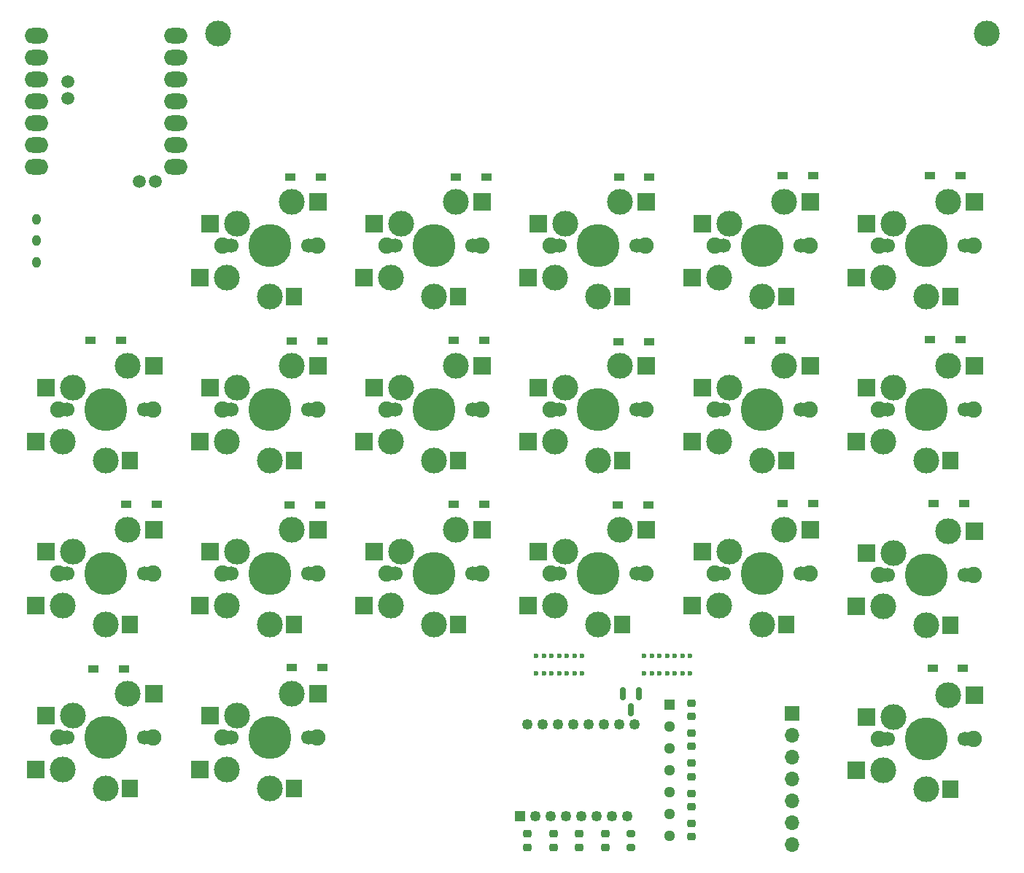
<source format=gbr>
%TF.GenerationSoftware,KiCad,Pcbnew,8.0.7*%
%TF.CreationDate,2025-02-28T21:37:25+09:00*%
%TF.ProjectId,cool642tb_R_with_tb,636f6f6c-3634-4327-9462-5f525f776974,rev?*%
%TF.SameCoordinates,Original*%
%TF.FileFunction,Soldermask,Bot*%
%TF.FilePolarity,Negative*%
%FSLAX46Y46*%
G04 Gerber Fmt 4.6, Leading zero omitted, Abs format (unit mm)*
G04 Created by KiCad (PCBNEW 8.0.7) date 2025-02-28 21:37:25*
%MOMM*%
%LPD*%
G01*
G04 APERTURE LIST*
G04 Aperture macros list*
%AMRoundRect*
0 Rectangle with rounded corners*
0 $1 Rounding radius*
0 $2 $3 $4 $5 $6 $7 $8 $9 X,Y pos of 4 corners*
0 Add a 4 corners polygon primitive as box body*
4,1,4,$2,$3,$4,$5,$6,$7,$8,$9,$2,$3,0*
0 Add four circle primitives for the rounded corners*
1,1,$1+$1,$2,$3*
1,1,$1+$1,$4,$5*
1,1,$1+$1,$6,$7*
1,1,$1+$1,$8,$9*
0 Add four rect primitives between the rounded corners*
20,1,$1+$1,$2,$3,$4,$5,0*
20,1,$1+$1,$4,$5,$6,$7,0*
20,1,$1+$1,$6,$7,$8,$9,0*
20,1,$1+$1,$8,$9,$2,$3,0*%
G04 Aperture macros list end*
%ADD10R,1.300000X0.950000*%
%ADD11C,1.900000*%
%ADD12C,1.700000*%
%ADD13C,3.000000*%
%ADD14C,5.000000*%
%ADD15R,2.000000X2.000000*%
%ADD16R,1.900000X2.000000*%
%ADD17O,1.000000X1.300000*%
%ADD18C,0.600000*%
%ADD19O,2.750000X1.800000*%
%ADD20C,1.500000*%
%ADD21R,1.700000X1.700000*%
%ADD22O,1.700000X1.700000*%
%ADD23RoundRect,0.187500X-0.437500X-0.437500X0.437500X-0.437500X0.437500X0.437500X-0.437500X0.437500X0*%
%ADD24O,1.250000X1.250000*%
%ADD25R,1.300000X1.300000*%
%ADD26O,1.300000X1.300000*%
%ADD27RoundRect,0.150000X-0.150000X0.587500X-0.150000X-0.587500X0.150000X-0.587500X0.150000X0.587500X0*%
%ADD28RoundRect,0.225000X-0.250000X0.225000X-0.250000X-0.225000X0.250000X-0.225000X0.250000X0.225000X0*%
%ADD29RoundRect,0.200000X-0.275000X0.200000X-0.275000X-0.200000X0.275000X-0.200000X0.275000X0.200000X0*%
G04 APERTURE END LIST*
D10*
%TO.C,D7*%
X21375000Y-30010000D03*
X24925000Y-30010000D03*
%TD*%
%TO.C,D11*%
X40405000Y-30100000D03*
X43955000Y-30100000D03*
%TD*%
D11*
%TO.C,SW1*%
X-5500000Y0D03*
D12*
X-5080000Y0D03*
D13*
X-5000000Y-3700000D03*
D12*
X-4500000Y0D03*
D13*
X-3810000Y2540000D03*
D14*
X0Y0D03*
D13*
X0Y-5900000D03*
X2540000Y5080000D03*
D12*
X4500000Y0D03*
X5080000Y0D03*
D11*
X5500000Y0D03*
D15*
X-8100000Y-3700000D03*
X-6900000Y2540000D03*
D16*
X2800000Y-5900000D03*
D15*
X5600000Y5080000D03*
%TD*%
D10*
%TO.C,D20*%
X76935000Y-49060000D03*
X80485000Y-49060000D03*
%TD*%
D11*
%TO.C,SW8*%
X-24550000Y-38100000D03*
D12*
X-24130000Y-38100000D03*
D13*
X-24050000Y-41800000D03*
D12*
X-23550000Y-38100000D03*
D13*
X-22860000Y-35560000D03*
D14*
X-19050000Y-38100000D03*
D13*
X-19050000Y-44000000D03*
X-16510000Y-33020000D03*
D12*
X-14550000Y-38100000D03*
X-13970000Y-38100000D03*
D11*
X-13550000Y-38100000D03*
D15*
X-27150000Y-41800000D03*
X-25950000Y-35560000D03*
D16*
X-16250000Y-44000000D03*
D15*
X-13450000Y-33020000D03*
%TD*%
D10*
%TO.C,D13*%
X59535000Y8140000D03*
X63085000Y8140000D03*
%TD*%
D11*
%TO.C,SW15*%
X51650000Y-38100000D03*
D12*
X52070000Y-38100000D03*
D13*
X52150000Y-41800000D03*
D12*
X52650000Y-38100000D03*
D13*
X53340000Y-35560000D03*
D14*
X57150000Y-38100000D03*
D13*
X57150000Y-44000000D03*
X59690000Y-33020000D03*
D12*
X61650000Y-38100000D03*
X62230000Y-38100000D03*
D11*
X62650000Y-38100000D03*
D15*
X49050000Y-41800000D03*
X50250000Y-35560000D03*
D16*
X59950000Y-44000000D03*
D15*
X62750000Y-33020000D03*
%TD*%
D11*
%TO.C,SW16*%
X-5500000Y-57150000D03*
D12*
X-5080000Y-57150000D03*
D13*
X-5000000Y-60850000D03*
D12*
X-4500000Y-57150000D03*
D13*
X-3810000Y-54610000D03*
D14*
X0Y-57150000D03*
D13*
X0Y-63050000D03*
X2540000Y-52070000D03*
D12*
X4500000Y-57150000D03*
X5080000Y-57150000D03*
D11*
X5500000Y-57150000D03*
D15*
X-8100000Y-60850000D03*
X-6900000Y-54610000D03*
D16*
X2800000Y-63050000D03*
D15*
X5600000Y-52070000D03*
%TD*%
D17*
%TO.C,SW21*%
X-27100000Y-1890000D03*
X-27100000Y610000D03*
X-27100000Y3110000D03*
%TD*%
D11*
%TO.C,SW13*%
X51650000Y0D03*
D12*
X52070000Y0D03*
D13*
X52150000Y-3700000D03*
D12*
X52650000Y0D03*
D13*
X53340000Y2540000D03*
D14*
X57150000Y0D03*
D13*
X57150000Y-5900000D03*
X59690000Y5080000D03*
D12*
X61650000Y0D03*
X62230000Y0D03*
D11*
X62650000Y0D03*
D15*
X49050000Y-3700000D03*
X50250000Y2540000D03*
D16*
X59950000Y-5900000D03*
D15*
X62750000Y5080000D03*
%TD*%
D10*
%TO.C,D15*%
X59535000Y-29950000D03*
X63085000Y-29950000D03*
%TD*%
%TO.C,D1*%
X2385000Y8000000D03*
X5935000Y8000000D03*
%TD*%
%TO.C,D9*%
X40525000Y8000000D03*
X44075000Y8000000D03*
%TD*%
%TO.C,D17*%
X76665000Y8180000D03*
X80215000Y8180000D03*
%TD*%
%TO.C,D4*%
X-20815000Y-10950000D03*
X-17265000Y-10950000D03*
%TD*%
%TO.C,D16*%
X2555000Y-48970000D03*
X6105000Y-48970000D03*
%TD*%
D11*
%TO.C,SW17*%
X70700000Y0D03*
D12*
X71120000Y0D03*
D13*
X71200000Y-3700000D03*
D12*
X71700000Y0D03*
D13*
X72390000Y2540000D03*
D14*
X76200000Y0D03*
D13*
X76200000Y-5900000D03*
X78740000Y5080000D03*
D12*
X80700000Y0D03*
X81280000Y0D03*
D11*
X81700000Y0D03*
D15*
X68100000Y-3700000D03*
X69300000Y2540000D03*
D16*
X79000000Y-5900000D03*
D15*
X81800000Y5080000D03*
%TD*%
D10*
%TO.C,D3*%
X2330000Y-30130000D03*
X5880000Y-30130000D03*
%TD*%
%TO.C,D19*%
X77080000Y-29940000D03*
X80630000Y-29940000D03*
%TD*%
D11*
%TO.C,SW11*%
X32600000Y-38100000D03*
D12*
X33020000Y-38100000D03*
D13*
X33100000Y-41800000D03*
D12*
X33600000Y-38100000D03*
D13*
X34290000Y-35560000D03*
D14*
X38100000Y-38100000D03*
D13*
X38100000Y-44000000D03*
X40640000Y-33020000D03*
D12*
X42600000Y-38100000D03*
X43180000Y-38100000D03*
D11*
X43600000Y-38100000D03*
D15*
X30000000Y-41800000D03*
X31200000Y-35560000D03*
D16*
X40900000Y-44000000D03*
D15*
X43700000Y-33020000D03*
%TD*%
D11*
%TO.C,SW12*%
X-24550000Y-57150000D03*
D12*
X-24130000Y-57150000D03*
D13*
X-24050000Y-60850000D03*
D12*
X-23550000Y-57150000D03*
D13*
X-22860000Y-54610000D03*
D14*
X-19050000Y-57150000D03*
D13*
X-19050000Y-63050000D03*
X-16510000Y-52070000D03*
D12*
X-14550000Y-57150000D03*
X-13970000Y-57150000D03*
D11*
X-13550000Y-57150000D03*
D15*
X-27150000Y-60850000D03*
X-25950000Y-54610000D03*
D16*
X-16250000Y-63050000D03*
D15*
X-13450000Y-52070000D03*
%TD*%
D11*
%TO.C,SW19*%
X70700000Y-38200000D03*
D12*
X71120000Y-38200000D03*
D13*
X71200000Y-41900000D03*
D12*
X71700000Y-38200000D03*
D13*
X72390000Y-35660000D03*
D14*
X76200000Y-38200000D03*
D13*
X76200000Y-44100000D03*
X78740000Y-33120000D03*
D12*
X80700000Y-38200000D03*
X81280000Y-38200000D03*
D11*
X81700000Y-38200000D03*
D15*
X68100000Y-41900000D03*
X69300000Y-35660000D03*
D16*
X79000000Y-44100000D03*
D15*
X81800000Y-33120000D03*
%TD*%
D11*
%TO.C,SW20*%
X70700000Y-57250000D03*
D12*
X71120000Y-57250000D03*
D13*
X71200000Y-60950000D03*
D12*
X71700000Y-57250000D03*
D13*
X72390000Y-54710000D03*
D14*
X76200000Y-57250000D03*
D13*
X76200000Y-63150000D03*
X78740000Y-52170000D03*
D12*
X80700000Y-57250000D03*
X81280000Y-57250000D03*
D11*
X81700000Y-57250000D03*
D15*
X68100000Y-60950000D03*
X69300000Y-54710000D03*
D16*
X79000000Y-63150000D03*
D15*
X81800000Y-52170000D03*
%TD*%
D11*
%TO.C,SW3*%
X-5500000Y-38100000D03*
D12*
X-5080000Y-38100000D03*
D13*
X-5000000Y-41800000D03*
D12*
X-4500000Y-38100000D03*
D13*
X-3810000Y-35560000D03*
D14*
X0Y-38100000D03*
D13*
X0Y-44000000D03*
X2540000Y-33020000D03*
D12*
X4500000Y-38100000D03*
X5080000Y-38100000D03*
D11*
X5500000Y-38100000D03*
D15*
X-8100000Y-41800000D03*
X-6900000Y-35560000D03*
D16*
X2800000Y-44000000D03*
D15*
X5600000Y-33020000D03*
%TD*%
D18*
%TO.C,REF\u002A\u002A*%
X43466000Y-47650000D03*
X43466000Y-49682000D03*
X44355000Y-47650000D03*
X44355000Y-49682000D03*
X45244000Y-47650000D03*
X45244000Y-49682000D03*
X46133000Y-47650000D03*
X46133000Y-49682000D03*
X47022000Y-47650000D03*
X47022000Y-49682000D03*
X47911000Y-47650000D03*
X47911000Y-49682000D03*
X48800000Y-47650000D03*
X48800000Y-49682000D03*
%TD*%
D10*
%TO.C,D10*%
X40465000Y-11150000D03*
X44015000Y-11150000D03*
%TD*%
D11*
%TO.C,SW7*%
X13550000Y-38100000D03*
D12*
X13970000Y-38100000D03*
D13*
X14050000Y-41800000D03*
D12*
X14550000Y-38100000D03*
D13*
X15240000Y-35560000D03*
D14*
X19050000Y-38100000D03*
D13*
X19050000Y-44000000D03*
X21590000Y-33020000D03*
D12*
X23550000Y-38100000D03*
X24130000Y-38100000D03*
D11*
X24550000Y-38100000D03*
D15*
X10950000Y-41800000D03*
X12150000Y-35560000D03*
D16*
X21850000Y-44000000D03*
D15*
X24650000Y-33020000D03*
%TD*%
D11*
%TO.C,SW10*%
X32600000Y-19050000D03*
D12*
X33020000Y-19050000D03*
D13*
X33100000Y-22750000D03*
D12*
X33600000Y-19050000D03*
D13*
X34290000Y-16510000D03*
D14*
X38100000Y-19050000D03*
D13*
X38100000Y-24950000D03*
X40640000Y-13970000D03*
D12*
X42600000Y-19050000D03*
X43180000Y-19050000D03*
D11*
X43600000Y-19050000D03*
D15*
X30000000Y-22750000D03*
X31200000Y-16510000D03*
D16*
X40900000Y-24950000D03*
D15*
X43700000Y-13970000D03*
%TD*%
D19*
%TO.C,U1*%
X-27110000Y24450000D03*
X-27110000Y21910000D03*
X-27110000Y19370000D03*
X-27110000Y16830000D03*
X-27110000Y14290000D03*
X-27110000Y11750000D03*
X-27110000Y9210000D03*
X-10870000Y9210000D03*
X-10870000Y11750000D03*
X-10870000Y14290000D03*
X-10870000Y16830000D03*
X-10870000Y19370000D03*
X-10870000Y21910000D03*
X-10870000Y24450000D03*
D20*
X-15154600Y7518000D03*
X-13275000Y7518000D03*
X-23435000Y17147000D03*
X-23435000Y19052000D03*
%TD*%
D10*
%TO.C,D2*%
X2535000Y-11080000D03*
X6085000Y-11080000D03*
%TD*%
D21*
%TO.C,J1*%
X60590000Y-54350000D03*
D22*
X60590000Y-56890000D03*
X60590000Y-59430000D03*
X60590000Y-61970000D03*
X60590000Y-64510000D03*
X60590000Y-67050000D03*
X60590000Y-69590000D03*
%TD*%
D10*
%TO.C,D6*%
X21375000Y-10980000D03*
X24925000Y-10980000D03*
%TD*%
D11*
%TO.C,SW5*%
X13550000Y0D03*
D12*
X13970000Y0D03*
D13*
X14050000Y-3700000D03*
D12*
X14550000Y0D03*
D13*
X15240000Y2540000D03*
D14*
X19050000Y0D03*
D13*
X19050000Y-5900000D03*
X21590000Y5080000D03*
D12*
X23550000Y0D03*
X24130000Y0D03*
D11*
X24550000Y0D03*
D15*
X10950000Y-3700000D03*
X12150000Y2540000D03*
D16*
X21850000Y-5900000D03*
D15*
X24650000Y5080000D03*
%TD*%
D11*
%TO.C,SW6*%
X13550000Y-19050000D03*
D12*
X13970000Y-19050000D03*
D13*
X14050000Y-22750000D03*
D12*
X14550000Y-19050000D03*
D13*
X15240000Y-16510000D03*
D14*
X19050000Y-19050000D03*
D13*
X19050000Y-24950000D03*
X21590000Y-13970000D03*
D12*
X23550000Y-19050000D03*
X24130000Y-19050000D03*
D11*
X24550000Y-19050000D03*
D15*
X10950000Y-22750000D03*
X12150000Y-16510000D03*
D16*
X21850000Y-24950000D03*
D15*
X24650000Y-13970000D03*
%TD*%
D11*
%TO.C,SW9*%
X32600000Y0D03*
D12*
X33020000Y0D03*
D13*
X33100000Y-3700000D03*
D12*
X33600000Y0D03*
D13*
X34290000Y2540000D03*
D14*
X38100000Y0D03*
D13*
X38100000Y-5900000D03*
X40640000Y5080000D03*
D12*
X42600000Y0D03*
X43180000Y0D03*
D11*
X43600000Y0D03*
D15*
X30000000Y-3700000D03*
X31200000Y2540000D03*
D16*
X40900000Y-5900000D03*
D15*
X43700000Y5080000D03*
%TD*%
D11*
%TO.C,SW4*%
X-24550000Y-19050000D03*
D12*
X-24130000Y-19050000D03*
D13*
X-24050000Y-22750000D03*
D12*
X-23550000Y-19050000D03*
D13*
X-22860000Y-16510000D03*
D14*
X-19050000Y-19050000D03*
D13*
X-19050000Y-24950000D03*
X-16510000Y-13970000D03*
D12*
X-14550000Y-19050000D03*
X-13970000Y-19050000D03*
D11*
X-13550000Y-19050000D03*
D15*
X-27150000Y-22750000D03*
X-25950000Y-16510000D03*
D16*
X-16250000Y-24950000D03*
D15*
X-13450000Y-13970000D03*
%TD*%
D18*
%TO.C,REF\u002A\u002A*%
X30926000Y-47640000D03*
X30926000Y-49672000D03*
X31815000Y-47640000D03*
X31815000Y-49672000D03*
X32704000Y-47640000D03*
X32704000Y-49672000D03*
X33593000Y-47640000D03*
X33593000Y-49672000D03*
X34482000Y-47640000D03*
X34482000Y-49672000D03*
X35371000Y-47640000D03*
X35371000Y-49672000D03*
X36260000Y-47640000D03*
X36260000Y-49672000D03*
%TD*%
D10*
%TO.C,D8*%
X-16645000Y-29980000D03*
X-13095000Y-29980000D03*
%TD*%
D13*
%TO.C,BT1*%
X-6020000Y24670000D03*
X83250000Y24710000D03*
%TD*%
D10*
%TO.C,D14*%
X55715000Y-10930000D03*
X59265000Y-10930000D03*
%TD*%
%TO.C,D12*%
X-20465000Y-49140000D03*
X-16915000Y-49140000D03*
%TD*%
%TO.C,D5*%
X21635000Y8040000D03*
X25185000Y8040000D03*
%TD*%
D23*
%TO.C,U2*%
X29022893Y-66274893D03*
D24*
X30802893Y-66274893D03*
X32582893Y-66274893D03*
X34362893Y-66274893D03*
X36142893Y-66274893D03*
X37922893Y-66274893D03*
X39702893Y-66274893D03*
X41482893Y-66274893D03*
X42372893Y-55574893D03*
X40592893Y-55574893D03*
X38812893Y-55574893D03*
X37032893Y-55574893D03*
X35252893Y-55574893D03*
X33472893Y-55574893D03*
X31692893Y-55574893D03*
X29912893Y-55574893D03*
%TD*%
D11*
%TO.C,SW2*%
X-5500000Y-19050000D03*
D12*
X-5080000Y-19050000D03*
D13*
X-5000000Y-22750000D03*
D12*
X-4500000Y-19050000D03*
D13*
X-3810000Y-16510000D03*
D14*
X0Y-19050000D03*
D13*
X0Y-24950000D03*
X2540000Y-13970000D03*
D12*
X4500000Y-19050000D03*
X5080000Y-19050000D03*
D11*
X5500000Y-19050000D03*
D15*
X-8100000Y-22750000D03*
X-6900000Y-16510000D03*
D16*
X2800000Y-24950000D03*
D15*
X5600000Y-13970000D03*
%TD*%
D11*
%TO.C,SW18*%
X70700000Y-19050000D03*
D12*
X71120000Y-19050000D03*
D13*
X71200000Y-22750000D03*
D12*
X71700000Y-19050000D03*
D13*
X72390000Y-16510000D03*
D14*
X76200000Y-19050000D03*
D13*
X76200000Y-24950000D03*
X78740000Y-13970000D03*
D12*
X80700000Y-19050000D03*
X81280000Y-19050000D03*
D11*
X81700000Y-19050000D03*
D15*
X68100000Y-22750000D03*
X69300000Y-16510000D03*
D16*
X79000000Y-24950000D03*
D15*
X81800000Y-13970000D03*
%TD*%
D11*
%TO.C,SW14*%
X51650000Y-19050000D03*
D12*
X52070000Y-19050000D03*
D13*
X52150000Y-22750000D03*
D12*
X52650000Y-19050000D03*
D13*
X53340000Y-16510000D03*
D14*
X57150000Y-19050000D03*
D13*
X57150000Y-24950000D03*
X59690000Y-13970000D03*
D12*
X61650000Y-19050000D03*
X62230000Y-19050000D03*
D11*
X62650000Y-19050000D03*
D15*
X49050000Y-22750000D03*
X50250000Y-16510000D03*
D16*
X59950000Y-24950000D03*
D15*
X62750000Y-13970000D03*
%TD*%
D25*
%TO.C,J1*%
X46422893Y-53304893D03*
D26*
X46422893Y-55844893D03*
X46422893Y-58384893D03*
X46422893Y-60924893D03*
X46422893Y-63464893D03*
X46422893Y-66004893D03*
X46422893Y-68544893D03*
%TD*%
D10*
%TO.C,D18*%
X76635000Y-10860000D03*
X80185000Y-10860000D03*
%TD*%
D27*
%TO.C,U1*%
X40972893Y-51987393D03*
X42872893Y-51987393D03*
X41922893Y-53862393D03*
%TD*%
D28*
%TO.C,C1*%
X48922893Y-53099893D03*
X48922893Y-54649893D03*
%TD*%
%TO.C,C2*%
X48922893Y-56599893D03*
X48922893Y-58149893D03*
%TD*%
%TO.C,C3*%
X48922893Y-60099893D03*
X48922893Y-61649893D03*
%TD*%
%TO.C,C6*%
X29922893Y-68324893D03*
X29922893Y-69874893D03*
%TD*%
%TO.C,C8*%
X35922893Y-68324893D03*
X35922893Y-69874893D03*
%TD*%
%TO.C,C9*%
X38922893Y-68324893D03*
X38922893Y-69874893D03*
%TD*%
%TO.C,C4*%
X48922893Y-63599893D03*
X48922893Y-65149893D03*
%TD*%
D29*
%TO.C,R1*%
X41922893Y-68274893D03*
X41922893Y-69924893D03*
%TD*%
D28*
%TO.C,C5*%
X48922893Y-67099893D03*
X48922893Y-68649893D03*
%TD*%
%TO.C,C7*%
X32922893Y-68324893D03*
X32922893Y-69874893D03*
%TD*%
M02*

</source>
